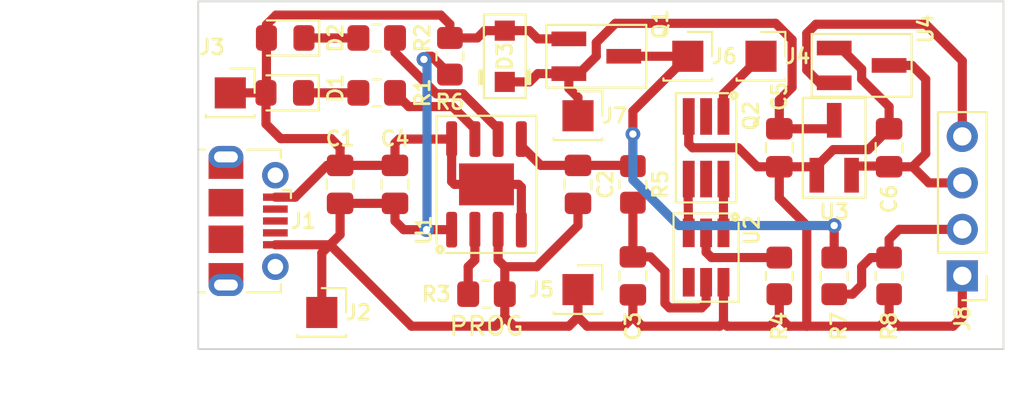
<source format=kicad_pcb>
(kicad_pcb (version 20211014) (generator pcbnew)
  (layers (0 "F.Cu" signal) (31 "B.Cu" signal) (34 "B.Paste" user) (35 "F.Paste" user) (36 "B.SilkS" user "B.Silkscreen") (37 "F.SilkS" user "F.Silkscreen") (38 "B.Mask" user) (39 "F.Mask" user) (44 "Edge.Cuts" user))
  (net 0 "")
  (net 1 "VBUS")
  (net 3 "Net-(D1-Pad1)")
  (net 4 "Earth")
  (net 5 "Net-(D2-Pad1)")
  (net 6 "Net-(C3-Pad1)")
  (net 8 "Net-(R4-Pad2)")
  (net 12 "/BAT+")
  (net 13 "/OUT+")
  (net 14 "/BAT-")
  (net 15 "Net-(Q2-Pad4)")
  (net 16 "Net-(Q2-Pad6)")
  (net 17 "/measurment")
  (net 18 "Net-(R1-Pad2)")
  (net 19 "Net-(R2-Pad2)")
  (net 20 "Net-(R3-Pad1)")
  (net 23 "+3.3V")
  (net 24 "/RST")
  (footprint "Package_TO_SOT_SMD_AKL:SOT-23_Handsoldering" (layer "F.Cu") (at 152 96 90)
    (fp_text reference "U3" (at -3.5 0) (layer "F.SilkS") (effects (font (size 0.8 0.8))))
    (fp_text value "LM1117-3.3")
    (fp_line (start 2.7305 1.7145) (end 2.7305 -1.7145) (layer "F.SilkS") (width 0.12))
    (fp_line (start -2.7305 1.7145) (end 2.7305 1.7145) (layer "F.SilkS") (width 0.12))
    (fp_line (start 2.7305 -1.7145) (end -2.7305 -1.7145) (layer "F.SilkS") (width 0.12))
    (fp_line (start -2.7305 -1.7145) (end -2.7305 1.7145) (layer "F.SilkS") (width 0.12))
    (pad "1" smd rect (at -1.5 -0.95 90) (size 1.9 0.8) (layers "F.Cu" "F.Paste" "F.Mask") (net 4 "Earth"))
    (pad "2" smd rect (at -1.5 0.95 90) (size 1.9 0.8) (layers "F.Cu" "F.Paste" "F.Mask") (net 23 "+3.3V"))
    (pad "3" smd rect (at 1.5 0 90) (size 1.9 0.8) (layers "F.Cu" "F.Paste" "F.Mask") (net 13 "/OUT+"))
  )
  (footprint "Connector_PinSocket_2.54mm:PinSocket_1x01_P2.54mm_Vertical" (layer "F.Cu") (at 138 103.75)
    (fp_text reference "J5" (at -2 0) (layer "F.SilkS") (effects (font (size 0.8 0.8))))
    (fp_text value "Conn_01x01_Female" hide)
    (fp_line (start -1.33 1.21) (end -1.33 1.33) (layer "F.SilkS") (width 0.12))
    (fp_line (start 1.33 -1.33) (end 1.33 0) (layer "F.SilkS") (width 0.12))
    (fp_line (start -1.33 1.33) (end 1.33 1.33) (layer "F.SilkS") (width 0.12))
    (fp_line (start 0 -1.33) (end 1.33 -1.33) (layer "F.SilkS") (width 0.12))
    (fp_line (start 1.33 1.21) (end 1.33 1.33) (layer "F.SilkS") (width 0.12))
    (pad "1" smd rect (at 0 0) (size 1.7 1.7) (layers "F.Cu" "F.Paste" "F.Mask") (net 4 "Earth"))
  )
  (footprint "Resistor_SMD:R_0805_2012Metric_Pad1.20x1.40mm_HandSolder" (layer "F.Cu") (at 152 103 -90)
    (fp_text reference "R7" (at 2.75 -0.25 90) (layer "F.SilkS") (effects (font (size 0.8 0.8))))
    (fp_text value "100k")
    (fp_line (start -0.227064 -0.735) (end 0.227064 -0.735) (layer "F.SilkS") (width 0.12))
    (fp_line (start -0.227064 0.735) (end 0.227064 0.735) (layer "F.SilkS") (width 0.12))
    (pad "1" smd roundrect (at -1 0 270) (size 1.2 1.4) (layers "F.Cu" "F.Paste" "F.Mask") (roundrect_rratio 0.2083333333) (net 12 "/BAT+"))
    (pad "2" smd roundrect (at 1 0 270) (size 1.2 1.4) (layers "F.Cu" "F.Paste" "F.Mask") (roundrect_rratio 0.2083333333) (net 17 "/measurment"))
  )
  (footprint "Resistor_SMD:R_0805_2012Metric_Pad1.20x1.40mm_HandSolder" (layer "F.Cu") (at 149 103 90)
    (fp_text reference "R4" (at -2.75 0 90) (layer "F.SilkS") (effects (font (size 0.8 0.8))))
    (fp_text value "1k")
    (fp_line (start -0.227064 -0.735) (end 0.227064 -0.735) (layer "F.SilkS") (width 0.12))
    (fp_line (start -0.227064 0.735) (end 0.227064 0.735) (layer "F.SilkS") (width 0.12))
    (pad "1" smd roundrect (at -1 0 90) (size 1.2 1.4) (layers "F.Cu" "F.Paste" "F.Mask") (roundrect_rratio 0.2083333333) (net 4 "Earth"))
    (pad "2" smd roundrect (at 1 0 90) (size 1.2 1.4) (layers "F.Cu" "F.Paste" "F.Mask") (roundrect_rratio 0.2083333333) (net 8 "Net-(R4-Pad2)"))
  )
  (footprint "Connector_PinSocket_2.54mm:PinSocket_1x01_P2.54mm_Vertical" (layer "F.Cu") (at 119 93)
    (fp_text reference "J3" (at -1 -2.5) (layer "F.SilkS") (effects (font (size 0.8 0.8))))
    (fp_text value "Conn_01x01_Female" hide)
    (fp_line (start -1.33 1.21) (end -1.33 1.33) (layer "F.SilkS") (width 0.12))
    (fp_line (start 1.33 1.21) (end 1.33 1.33) (layer "F.SilkS") (width 0.12))
    (fp_line (start 0 -1.33) (end 1.33 -1.33) (layer "F.SilkS") (width 0.12))
    (fp_line (start 1.33 -1.33) (end 1.33 0) (layer "F.SilkS") (width 0.12))
    (fp_line (start -1.33 1.33) (end 1.33 1.33) (layer "F.SilkS") (width 0.12))
    (pad "1" smd rect (at 0 0) (size 1.7 1.7) (layers "F.Cu" "F.Paste" "F.Mask") (net 1 "VBUS"))
  )
  (footprint "Capacitor_SMD:C_0805_2012Metric_Pad1.18x1.45mm_HandSolder" (layer "F.Cu") (at 155 96 90)
    (fp_text reference "C6" (at -2.8 0 90) (layer "F.SilkS") (effects (font (size 0.8 0.8))))
    (fp_text value "1uF")
    (fp_line (start -0.261252 -0.735) (end 0.261252 -0.735) (layer "F.SilkS") (width 0.12))
    (fp_line (start -0.261252 0.735) (end 0.261252 0.735) (layer "F.SilkS") (width 0.12))
    (pad "1" smd roundrect (at -1.0375 0 90) (size 1.175 1.45) (layers "F.Cu" "F.Paste" "F.Mask") (roundrect_rratio 0.2127659574) (net 23 "+3.3V"))
    (pad "2" smd roundrect (at 1.0375 0 90) (size 1.175 1.45) (layers "F.Cu" "F.Paste" "F.Mask") (roundrect_rratio 0.2127659574) (net 4 "Earth"))
  )
  (footprint "Capacitor_SMD:C_0805_2012Metric_Pad1.18x1.45mm_HandSolder" (layer "F.Cu") (at 149 96 -90)
    (fp_text reference "C5" (at -2.8 0 90) (layer "F.SilkS") (effects (font (size 0.8 0.8))))
    (fp_text value "1uF")
    (fp_line (start -0.261252 0.735) (end 0.261252 0.735) (layer "F.SilkS") (width 0.12))
    (fp_line (start -0.261252 -0.735) (end 0.261252 -0.735) (layer "F.SilkS") (width 0.12))
    (pad "1" smd roundrect (at -1.0375 0 270) (size 1.175 1.45) (layers "F.Cu" "F.Paste" "F.Mask") (roundrect_rratio 0.2127659574) (net 13 "/OUT+"))
    (pad "2" smd roundrect (at 1.0375 0 270) (size 1.175 1.45) (layers "F.Cu" "F.Paste" "F.Mask") (roundrect_rratio 0.2127659574) (net 4 "Earth"))
  )
  (footprint "Resistor_SMD:R_0805_2012Metric_Pad1.20x1.40mm_HandSolder" (layer "F.Cu") (at 155 103 -90)
    (fp_text reference "R8" (at 2.75 0 90) (layer "F.SilkS") (effects (font (size 0.8 0.8))))
    (fp_text value "100k")
    (fp_line (start -0.227064 -0.735) (end 0.227064 -0.735) (layer "F.SilkS") (width 0.12))
    (fp_line (start -0.227064 0.735) (end 0.227064 0.735) (layer "F.SilkS") (width 0.12))
    (pad "1" smd roundrect (at -1 0 270) (size 1.2 1.4) (layers "F.Cu" "F.Paste" "F.Mask") (roundrect_rratio 0.2083333333) (net 17 "/measurment"))
    (pad "2" smd roundrect (at 1 0 270) (size 1.2 1.4) (layers "F.Cu" "F.Paste" "F.Mask") (roundrect_rratio 0.2083333333) (net 4 "Earth"))
  )
  (footprint "Resistor_SMD:R_0805_2012Metric_Pad1.20x1.40mm_HandSolder" (layer "F.Cu") (at 141 98 -90)
    (fp_text reference "R5" (at 0 -1.5 90) (layer "F.SilkS") (effects (font (size 0.8 0.8))))
    (fp_text value "100")
    (fp_line (start -0.227064 -0.735) (end 0.227064 -0.735) (layer "F.SilkS") (width 0.12))
    (fp_line (start -0.227064 0.735) (end 0.227064 0.735) (layer "F.SilkS") (width 0.12))
    (pad "1" smd roundrect (at -1 0 270) (size 1.2 1.4) (layers "F.Cu" "F.Paste" "F.Mask") (roundrect_rratio 0.2083333333) (net 12 "/BAT+"))
    (pad "2" smd roundrect (at 1 0 270) (size 1.2 1.4) (layers "F.Cu" "F.Paste" "F.Mask") (roundrect_rratio 0.2083333333) (net 6 "Net-(C3-Pad1)"))
  )
  (footprint "Package_SO_AKL:SOIC-8-1EP_3.9x4.9mm_P1.27mm_EP2.29x3mm" (layer "F.Cu") (at 133 98 90)
    (fp_text reference "U1" (at -2.5 -3.429 90) (layer "F.SilkS") (effects (font (size 0.8 0.8))))
    (fp_text value "TP4056")
    (fp_line (start -3.7465 2.7305) (end 3.7465 2.7305) (layer "F.SilkS") (width 0.12))
    (fp_line (start -3.7465 -2.2225) (end -3.7465 2.7305) (layer "F.SilkS") (width 0.12))
    (fp_line (start 3.7465 -2.7305) (end -3.2385 -2.7305) (layer "F.SilkS") (width 0.12))
    (fp_line (start 3.7465 2.7305) (end 3.7465 -2.7305) (layer "F.SilkS") (width 0.12))
    (fp_circle (center -3.556 -2.54) (end -3.4925 -2.54) (layer "F.SilkS") (width 0.2) (fill none))
    (pad "1" smd roundrect (at -2.475 -1.905 90) (size 1.95 0.6) (layers "F.Cu" "F.Paste" "F.Mask") (net 4 "Earth"))
    (pad "2" smd roundrect (at -2.475 -0.635 90) (size 1.95 0.6) (layers "F.Cu" "F.Paste" "F.Mask") (net 20 "Net-(R3-Pad1)"))
    (pad "3" smd roundrect (at -2.475 0.635 90) (size 1.95 0.6) (layers "F.Cu" "F.Paste" "F.Mask") (net 4 "Earth"))
    (pad "4" smd roundrect (at -2.475 1.905 90) (size 1.95 0.6) (layers "F.Cu" "F.Paste" "F.Mask") (net 1 "VBUS"))
    (pad "5" smd roundrect (at 2.475 1.905 90) (size 1.95 0.6) (layers "F.Cu" "F.Paste" "F.Mask") (net 12 "/BAT+"))
    (pad "6" smd roundrect (at 2.475 0.635 90) (size 1.95 0.6) (layers "F.Cu" "F.Paste" "F.Mask") (net 19 "Net-(R2-Pad2)"))
    (pad "7" smd roundrect (at 2.475 -0.635 90) (size 1.95 0.6) (layers "F.Cu" "F.Paste" "F.Mask") (net 18 "Net-(R1-Pad2)"))
    (pad "8" smd roundrect (at 2.475 -1.905 90) (size 1.95 0.6) (layers "F.Cu" "F.Paste" "F.Mask") (net 1 "VBUS"))
    (pad "9" smd rect (at 0 0 90) (size 2.29 3) (layers "F.Cu" "F.Mask") (net 1 "VBUS"))
  )
  (footprint "Connector_USB:USB_Micro-B_Molex-105017-0001" (layer "F.Cu") (at 120 100 -90)
    (fp_text reference "J1" (at 0 -3 180) (layer "F.SilkS") (effects (font (size 0.8 0.8))))
    (fp_text value "USB_B_Micro")
    (fp_line (start -3.9 2.6375) (end -3.9 2.3875) (layer "F.SilkS") (width 0.12))
    (fp_line (start 3.9 -1.7625) (end 3.45 -1.7625) (layer "F.SilkS") (width 0.12))
    (fp_line (start 3.9 0.0875) (end 3.9 -1.7625) (layer "F.SilkS") (width 0.12))
    (fp_line (start -3.9 -1.7625) (end -3.45 -1.7625) (layer "F.SilkS") (width 0.12))
    (fp_line (start -1.7 -2.3125) (end -1.25 -2.3125) (layer "F.SilkS") (width 0.12))
    (fp_line (start 3.9 2.6375) (end 3.9 2.3875) (layer "F.SilkS") (width 0.12))
    (fp_line (start -1.7 -2.3125) (end -1.7 -1.8625) (layer "F.SilkS") (width 0.12))
    (fp_line (start -3.9 0.0875) (end -3.9 -1.7625) (layer "F.SilkS") (width 0.12))
    (pad "1" smd rect (at -1.3 -1.4625 270) (size 0.4 1.35) (layers "F.Cu" "F.Paste" "F.Mask") (net 1 "VBUS"))
    (pad "2" smd rect (at -0.65 -1.4625 270) (size 0.4 1.35) (layers "F.Cu" "F.Paste" "F.Mask"))
    (pad "3" smd rect (at 0 -1.4625 270) (size 0.4 1.35) (layers "F.Cu" "F.Paste" "F.Mask"))
    (pad "4" smd rect (at 0.65 -1.4625 270) (size 0.4 1.35) (layers "F.Cu" "F.Paste" "F.Mask"))
    (pad "5" smd rect (at 1.3 -1.4625 270) (size 0.4 1.35) (layers "F.Cu" "F.Paste" "F.Mask") (net 4 "Earth"))
    (pad "6" thru_hole oval (at -3.5 1.2375 90) (size 1.2 1.9) (drill oval 0.6 1.3) (layers *.Cu *.Mask))
    (pad "6" smd rect (at -2.9 1.2375 270) (size 1.2 1.9) (layers "F.Cu" "F.Mask"))
    (pad "6" thru_hole circle (at -2.5 -1.4625 270) (size 1.45 1.45) (drill 0.85) (layers *.Cu *.Mask))
    (pad "6" smd rect (at 1 1.2375 270) (size 1.5 1.9) (layers "F.Cu" "F.Paste" "F.Mask"))
    (pad "6" thru_hole circle (at 2.5 -1.4625 270) (size 1.45 1.45) (drill 0.85) (layers *.Cu *.Mask))
    (pad "6" thru_hole oval (at 3.5 1.2375 270) (size 1.2 1.9) (drill oval 0.6 1.3) (layers *.Cu *.Mask))
    (pad "6" smd rect (at 2.9 1.2375 270) (size 1.2 1.9) (layers "F.Cu" "F.Mask"))
    (pad "6" smd rect (at -1 1.2375 270) (size 1.5 1.9) (layers "F.Cu" "F.Paste" "F.Mask"))
  )
  (footprint "Package_TO_SOT_SMD_AKL:SOT-23_Handsoldering" (layer "F.Cu") (at 139 91)
    (fp_text reference "Q1" (at 3.5 -1.75 90) (layer "F.SilkS") (effects (font (size 0.8 0.8))))
    (fp_text value "FDN340P")
    (fp_line (start -2.7305 1.7145) (end 2.7305 1.7145) (layer "F.SilkS") (width 0.12))
    (fp_line (start 2.7305 -1.7145) (end -2.7305 -1.7145) (layer "F.SilkS") (width 0.12))
    (fp_line (start -2.7305 -1.7145) (end -2.7305 1.7145) (layer "F.SilkS") (width 0.12))
    (fp_line (start 2.7305 1.7145) (end 2.7305 -1.7145) (layer "F.SilkS") (width 0.12))
    (pad "1" smd rect (at -1.5 -0.95) (size 1.9 0.8) (layers "F.Cu" "F.Paste" "F.Mask") (net 1 "VBUS"))
    (pad "2" smd rect (at -1.5 0.95) (size 1.9 0.8) (layers "F.Cu" "F.Paste" "F.Mask") (net 13 "/OUT+"))
    (pad "3" smd rect (at 1.5 0) (size 1.9 0.8) (layers "F.Cu" "F.Paste" "F.Mask") (net 12 "/BAT+"))
  )
  (footprint "Connector_PinSocket_2.54mm:PinSocket_1x01_P2.54mm_Vertical" (layer "F.Cu") (at 148 91)
    (fp_text reference "J4" (at 2 0) (layer "F.SilkS") (effects (font (size 0.8 0.8))))
    (fp_text value "Conn_01x01_Female" hide)
    (fp_line (start 1.33 1.21) (end 1.33 1.33) (layer "F.SilkS") (width 0.12))
    (fp_line (start -1.33 1.21) (end -1.33 1.33) (layer "F.SilkS") (width 0.12))
    (fp_line (start -1.33 1.33) (end 1.33 1.33) (layer "F.SilkS") (width 0.12))
    (fp_line (start 0 -1.33) (end 1.33 -1.33) (layer "F.SilkS") (width 0.12))
    (fp_line (start 1.33 -1.33) (end 1.33 0) (layer "F.SilkS") (width 0.12))
    (pad "1" smd rect (at 0 0) (size 1.7 1.7) (layers "F.Cu" "F.Paste" "F.Mask") (net 14 "/BAT-"))
  )
  (footprint "Capacitor_SMD:C_0805_2012Metric_Pad1.18x1.45mm_HandSolder" (layer "F.Cu") (at 138 98 -90)
    (fp_text reference "C2" (at 0 -1.5 90) (layer "F.SilkS") (effects (font (size 0.8 0.8))))
    (fp_text value "MLCC 10uF 10V 0805")
    (fp_line (start -0.261252 -0.735) (end 0.261252 -0.735) (layer "F.SilkS") (width 0.12))
    (fp_line (start -0.261252 0.735) (end 0.261252 0.735) (layer "F.SilkS") (width 0.12))
    (pad "1" smd roundrect (at -1.0375 0 270) (size 1.175 1.45) (layers "F.Cu" "F.Paste" "F.Mask") (roundrect_rratio 0.2127659574) (net 12 "/BAT+"))
    (pad "2" smd roundrect (at 1.0375 0 270) (size 1.175 1.45) (layers "F.Cu" "F.Paste" "F.Mask") (roundrect_rratio 0.2127659574) (net 4 "Earth"))
  )
  (footprint "LED_SMD:LED_0805_2012Metric_Pad1.15x1.40mm_HandSolder" (layer "F.Cu") (at 122 90 180)
    (fp_text reference "D2" (at -2.75 0 90) (layer "F.SilkS") (effects (font (size 0.8 0.8))))
    (fp_text value "LED 0803 Verde")
    (fp_line (start 1 -0.96) (end -1.86 -0.96) (layer "F.SilkS") (width 0.12))
    (fp_line (start -1.86 0.96) (end 1 0.96) (layer "F.SilkS") (width 0.12))
    (fp_line (start -1.86 -0.96) (end -1.86 0.96) (layer "F.SilkS") (width 0.12))
    (pad "1" smd roundrect (at -1.025 0 180) (size 1.15 1.4) (layers "F.Cu" "F.Paste" "F.Mask") (roundrect_rratio 0.2173913043) (net 5 "Net-(D2-Pad1)"))
    (pad "2" smd roundrect (at 1.025 0 180) (size 1.15 1.4) (layers "F.Cu" "F.Paste" "F.Mask") (roundrect_rratio 0.2173913043) (net 1 "VBUS"))
  )
  (footprint "Capacitor_SMD:C_0805_2012Metric_Pad1.18x1.45mm_HandSolder" (layer "F.Cu") (at 125 98 -90)
    (fp_text reference "C1" (at -2.5 0 180) (layer "F.SilkS") (effects (font (size 0.8 0.8))))
    (fp_text value "0.1uF")
    (fp_line (start -0.261252 0.735) (end 0.261252 0.735) (layer "F.SilkS") (width 0.12))
    (fp_line (start -0.261252 -0.735) (end 0.261252 -0.735) (layer "F.SilkS") (width 0.12))
    (pad "1" smd roundrect (at -1.0375 0 270) (size 1.175 1.45) (layers "F.Cu" "F.Paste" "F.Mask") (roundrect_rratio 0.2127659574) (net 1 "VBUS"))
    (pad "2" smd roundrect (at 1.0375 0 270) (size 1.175 1.45) (layers "F.Cu" "F.Paste" "F.Mask") (roundrect_rratio 0.2127659574) (net 4 "Earth"))
  )
  (footprint "Package_TO_SOT_SMD_AKL:TSOT-23-6_HandSoldering" (layer "F.Cu") (at 145 96 -90)
    (fp_text reference "Q2" (at -1.75 -2.45 90) (layer "F.SilkS") (effects (font (size 0.8 0.8))))
    (fp_text value "FS8205A")
    (fp_line (start -2.9845 1.651) (end 2.9845 1.651) (layer "F.SilkS") (width 0.12))
    (fp_line (start -2.9845 -1.2065) (end -2.9845 1.651) (layer "F.SilkS") (width 0.12))
    (fp_line (start 2.9845 1.651) (end 2.9845 -1.651) (layer "F.SilkS") (width 0.12))
    (fp_line (start 2.9845 -1.651) (end -2.54 -1.651) (layer "F.SilkS") (width 0.12))
    (fp_circle (center -2.8575 -1.524) (end -2.794 -1.524) (layer "F.SilkS") (width 0.2) (fill none))
    (pad "1" smd rect (at -1.71 -0.95 270) (size 2 0.65) (layers "F.Cu" "F.Paste" "F.Mask") (net 14 "/BAT-"))
    (pad "2" smd rect (at -1.71 0 270) (size 2 0.65) (layers "F.Cu" "F.Paste" "F.Mask"))
    (pad "3" smd rect (at -1.71 0.95 270) (size 2 0.65) (layers "F.Cu" "F.Paste" "F.Mask") (net 4 "Earth"))
    (pad "4" smd rect (at 1.71 0.95 270) (size 2 0.65) (layers "F.Cu" "F.Paste" "F.Mask") (net 15 "Net-(Q2-Pad4)"))
    (pad "5" smd rect (at 1.71 0 270) (size 2 0.65) (layers "F.Cu" "F.Paste" "F.Mask"))
    (pad "6" smd rect (at 1.71 -0.95 270) (size 2 0.65) (layers "F.Cu" "F.Paste" "F.Mask") (net 16 "Net-(Q2-Pad6)"))
  )
  (footprint "Capacitor_SMD:C_0805_2012Metric_Pad1.18x1.45mm_HandSolder" (layer "F.Cu") (at 128 98 -90)
    (fp_text reference "C4" (at -2.5 0 180) (layer "F.SilkS") (effects (font (size 0.8 0.8))))
    (fp_text value "MLCC 10uF 10V 0805")
    (fp_line (start -0.261252 -0.735) (end 0.261252 -0.735) (layer "F.SilkS") (width 0.12))
    (fp_line (start -0.261252 0.735) (end 0.261252 0.735) (layer "F.SilkS") (width 0.12))
    (pad "1" smd roundrect (at -1.0375 0 270) (size 1.175 1.45) (layers "F.Cu" "F.Paste" "F.Mask") (roundrect_rratio 0.2127659574) (net 1 "VBUS"))
    (pad "2" smd roundrect (at 1.0375 0 270) (size 1.175 1.45) (layers "F.Cu" "F.Paste" "F.Mask") (roundrect_rratio 0.2127659574) (net 4 "Earth"))
  )
  (footprint "Package_TO_SOT_SMD_AKL:SOT-23_Handsoldering" (layer "F.Cu") (at 153.5 91.5)
    (fp_text reference "U4" (at 3.5 -2 90) (layer "F.SilkS") (effects (font (size 0.8 0.8))))
    (fp_text value "LM809")
    (fp_line (start 2.7305 -1.7145) (end -2.7305 -1.7145) (layer "F.SilkS") (width 0.12))
    (fp_line (start 2.7305 1.7145) (end 2.7305 -1.7145) (layer "F.SilkS") (width 0.12))
    (fp_line (start -2.7305 1.7145) (end 2.7305 1.7145) (layer "F.SilkS") (width 0.12))
    (fp_line (start -2.7305 -1.7145) (end -2.7305 1.7145) (layer "F.SilkS") (width 0.12))
    (pad "1" smd rect (at -1.5 -0.95) (size 1.9 0.8) (layers "F.Cu" "F.Paste" "F.Mask") (net 4 "Earth"))
    (pad "2" smd rect (at -1.5 0.95) (size 1.9 0.8) (layers "F.Cu" "F.Paste" "F.Mask") (net 24 "/RST"))
    (pad "3" smd rect (at 1.5 0) (size 1.9 0.8) (layers "F.Cu" "F.Paste" "F.Mask") (net 23 "+3.3V"))
  )
  (footprint "Connector_PinSocket_2.54mm:PinSocket_1x01_P2.54mm_Vertical" (layer "F.Cu") (at 138 94.25)
    (fp_text reference "J7" (at 2 0) (layer "F.SilkS") (effects (font (size 0.8 0.8))))
    (fp_text value "Conn_01x01_Female" hide)
    (fp_line (start 0 -1.33) (end 1.33 -1.33) (layer "F.SilkS") (width 0.12))
    (fp_line (start -1.33 1.21) (end -1.33 1.33) (layer "F.SilkS") (width 0.12))
    (fp_line (start 1.33 1.21) (end 1.33 1.33) (layer "F.SilkS") (width 0.12))
    (fp_line (start 1.33 -1.33) (end 1.33 0) (layer "F.SilkS") (width 0.12))
    (fp_line (start -1.33 1.33) (end 1.33 1.33) (layer "F.SilkS") (width 0.12))
    (pad "1" smd rect (at 0 0) (size 1.7 1.7) (layers "F.Cu" "F.Paste" "F.Mask") (net 13 "/OUT+"))
  )
  (footprint "Resistor_SMD:R_0805_2012Metric_Pad1.20x1.40mm_HandSolder" (layer "F.Cu") (at 127 90)
    (fp_text reference "R2" (at 2.5 0 90) (layer "F.SilkS") (effects (font (size 0.8 0.8))))
    (fp_text value "1k")
    (fp_line (start -0.227064 0.735) (end 0.227064 0.735) (layer "F.SilkS") (width 0.12))
    (fp_line (start -0.227064 -0.735) (end 0.227064 -0.735) (layer "F.SilkS") (width 0.12))
    (pad "1" smd roundrect (at -1 0) (size 1.2 1.4) (layers "F.Cu" "F.Paste" "F.Mask") (roundrect_rratio 0.2083333333) (net 5 "Net-(D2-Pad1)"))
    (pad "2" smd roundrect (at 1 0) (size 1.2 1.4) (layers "F.Cu" "F.Paste" "F.Mask") (roundrect_rratio 0.2083333333) (net 19 "Net-(R2-Pad2)"))
  )
  (footprint "Diode_SMD_AKL:D_SOD-123F" (layer "F.Cu") (at 134 91 90)
    (fp_text reference "D3" (at 0 0 90) (layer "F.SilkS") (effects (font (size 0.8 0.8))))
    (fp_text value "MBR1020VL")
    (fp_line (start 2.286 1.143) (end -2.286 1.143) (layer "F.SilkS") (width 0.12))
    (fp_line (start -2.286 -1.143) (end 2.286 -1.143) (layer "F.SilkS") (width 0.12))
    (fp_line (start 2.286 -1.143) (end 2.286 1.143) (layer "F.SilkS") (width 0.12))
    (fp_line (start -2.286 1.143) (end -2.286 -1.143) (layer "F.SilkS") (width 0.12))
    (fp_poly (pts (xy -0.762 1.397) (xy -1.524 1.397) (xy -1.524 1.143) (xy -0.762 1.143)) (layer "F.SilkS") (width 0.1) (fill solid))
    (fp_poly (pts (xy -0.762 -1.143) (xy -1.524 -1.143) (xy -1.524 -1.397) (xy -0.762 -1.397)) (layer "F.SilkS") (width 0.1) (fill solid))
    (pad "1" smd rect (at -1.4 0 90) (size 1.1 1.1) (layers "F.Cu" "F.Paste" "F.Mask") (net 13 "/OUT+"))
    (pad "2" smd rect (at 1.4 0 90) (size 1.1 1.1) (layers "F.Cu" "F.Paste" "F.Mask") (net 1 "VBUS"))
  )
  (footprint "Resistor_SMD:R_0805_2012Metric_Pad1.20x1.40mm_HandSolder" (layer "F.Cu") (at 131 91 -90)
    (fp_text reference "R6" (at 2.5 0 180) (layer "F.SilkS") (effects (font (size 0.8 0.8))))
    (fp_text value "100k")
    (fp_line (start -0.227064 -0.735) (end 0.227064 -0.735) (layer "F.SilkS") (width 0.12))
    (fp_line (start -0.227064 0.735) (end 0.227064 0.735) (layer "F.SilkS") (width 0.12))
    (pad "1" smd roundrect (at -1 0 270) (size 1.2 1.4) (layers "F.Cu" "F.Paste" "F.Mask") (roundrect_rratio 0.2083333333) (net 1 "VBUS"))
    (pad "2" smd roundrect (at 1 0 270) (size 1.2 1.4) (layers "F.Cu" "F.Paste" "F.Mask") (roundrect_rratio 0.2083333333) (net 4 "Earth"))
  )
  (footprint "Connector_PinHeader_2.54mm:PinHeader_1x04_P2.54mm_Vertical" (layer "F.Cu") (at 159 103 180)
    (fp_text reference "J8" (at 0 -2.33 270) (layer "F.SilkS") (effects (font (size 0.8 0.8))))
    (fp_text value "Conn_01x04_Male")
    (fp_line (start -1.33 -1.33) (end 0 -1.33) (layer "F.SilkS") (width 0.12))
    (fp_line (start -1.33 1.27) (end -1.33 8.95) (layer "F.SilkS") (width 0.12))
    (fp_line (start -1.33 0) (end -1.33 -1.33) (layer "F.SilkS") (width 0.12))
    (fp_line (start -1.33 8.95) (end 1.33 8.95) (layer "F.SilkS") (width 0.12))
    (fp_line (start -1.33 1.27) (end 1.33 1.27) (layer "F.SilkS") (width 0.12))
    (fp_line (start 1.33 1.27) (end 1.33 8.95) (layer "F.SilkS") (width 0.12))
    (pad "1" thru_hole rect (at 0 0 180) (size 1.7 1.7) (drill 1) (layers *.Cu *.Mask) (net 4 "Earth"))
    (pad "2" thru_hole oval (at 0 2.54 180) (size 1.7 1.7) (drill 1) (layers *.Cu *.Mask) (net 17 "/measurment"))
    (pad "3" thru_hole oval (at 0 5.08 180) (size 1.7 1.7) (drill 1) (layers *.Cu *.Mask) (net 23 "+3.3V"))
    (pad "4" thru_hole oval (at 0 7.62 180) (size 1.7 1.7) (drill 1) (layers *.Cu *.Mask) (net 24 "/RST"))
  )
  (footprint "Capacitor_SMD:C_0805_2012Metric_Pad1.18x1.45mm_HandSolder" (layer "F.Cu") (at 141 103 -90)
    (fp_text reference "C3" (at 2.75 0 90) (layer "F.SilkS") (effects (font (size 0.8 0.8))))
    (fp_text value "0.1uF" hide)
    (fp_line (start -0.261252 0.735) (end 0.261252 0.735) (layer "F.SilkS") (width 0.12))
    (fp_line (start -0.261252 -0.735) (end 0.261252 -0.735) (layer "F.SilkS") (width 0.12))
    (pad "1" smd roundrect (at -1.0375 0 270) (size 1.175 1.45) (layers "F.Cu" "F.Paste" "F.Mask") (roundrect_rratio 0.2127659574) (net 6 "Net-(C3-Pad1)"))
    (pad "2" smd roundrect (at 1.0375 0 270) (size 1.175 1.45) (layers "F.Cu" "F.Paste" "F.Mask") (roundrect_rratio 0.2127659574) (net 4 "Earth"))
  )
  (footprint "Connector_PinSocket_2.54mm:PinSocket_1x01_P2.54mm_Vertical" (layer "F.Cu") (at 124 105)
    (fp_text reference "J2" (at 2 0) (layer "F.SilkS") (effects (font (size 0.8 0.8))))
    (fp_text value "Conn_01x01_Female" hide)
    (fp_line (start 0 -1.33) (end 1.33 -1.33) (layer "F.SilkS") (width 0.12))
    (fp_line (start -1.33 1.21) (end -1.33 1.33) (layer "F.SilkS") (width 0.12))
    (fp_line (start -1.33 1.33) (end 1.33 1.33) (layer "F.SilkS") (width 0.12))
    (fp_line (start 1.33 1.21) (end 1.33 1.33) (layer "F.SilkS") (width 0.12))
    (fp_line (start 1.33 -1.33) (end 1.33 0) (layer "F.SilkS") (width 0.12))
    (pad "1" smd rect (at 0 0) (size 1.7 1.7) (layers "F.Cu" "F.Paste" "F.Mask") (net 4 "Earth"))
  )
  (footprint "Connector_PinSocket_2.54mm:PinSocket_1x01_P2.54mm_Vertical" (layer "F.Cu") (at 144 91)
    (fp_text reference "J6" (at 2 0) (layer "F.SilkS") (effects (font (size 0.8 0.8))))
    (fp_text value "Conn_01x01_Female" hide)
    (fp_line (start 1.33 -1.33) (end 1.33 0) (layer "F.SilkS") (width 0.12))
    (fp_line (start 0 -1.33) (end 1.33 -1.33) (layer "F.SilkS") (width 0.12))
    (fp_line (start -1.33 1.21) (end -1.33 1.33) (layer "F.SilkS") (width 0.12))
    (fp_line (start -1.33 1.33) (end 1.33 1.33) (layer "F.SilkS") (width 0.12))
    (fp_line (start 1.33 1.21) (end 1.33 1.33) (layer "F.SilkS") (width 0.12))
    (pad "1" smd rect (at 0 0) (size 1.7 1.7) (layers "F.Cu" "F.Paste" "F.Mask") (net 12 "/BAT+"))
  )
  (footprint "LED_SMD:LED_0805_2012Metric_Pad1.15x1.40mm_HandSolder" (layer "F.Cu") (at 121.975 93 180)
    (fp_text reference "D1" (at -2.775 0.25 270) (layer "F.SilkS") (effects (font (size 0.8 0.8))))
    (fp_text value "LED 0805 Rojo")
    (fp_line (start 1 -0.96) (end -1.86 -0.96) (layer "F.SilkS") (width 0.12))
    (fp_line (start -1.86 -0.96) (end -1.86 0.96) (layer "F.SilkS") (width 0.12))
    (fp_line (start -1.86 0.96) (end 1 0.96) (layer "F.SilkS") (width 0.12))
    (pad "1" smd roundrect (at -1.025 0 180) (size 1.15 1.4) (layers "F.Cu" "F.Paste" "F.Mask") (roundrect_rratio 0.2173913043) (net 3 "Net-(D1-Pad1)"))
    (pad "2" smd roundrect (at 1.025 0 180) (size 1.15 1.4) (layers "F.Cu" "F.Paste" "F.Mask") (roundrect_rratio 0.2173913043) (net 1 "VBUS"))
  )
  (footprint "Resistor_SMD:R_0805_2012Metric_Pad1.20x1.40mm_HandSolder" (layer "F.Cu") (at 133 104)
    (fp_text reference "R3" (at -2.75 0) (layer "F.SilkS") (effects (font (size 0.8 0.8))))
    (fp_text value "10k" hide)
    (fp_text user "PROG" (at 0 1.75 unlocked) (layer "F.SilkS"))
    (fp_line (start -0.227064 0.735) (end 0.227064 0.735) (layer "F.SilkS") (width 0.12))
    (fp_line (start -0.227064 -0.735) (end 0.227064 -0.735) (layer "F.SilkS") (width 0.12))
    (pad "1" smd roundrect (at -1 0) (size 1.2 1.4) (layers "F.Cu" "F.Paste" "F.Mask") (roundrect_rratio 0.2083333333) (net 20 "Net-(R3-Pad1)"))
    (pad "2" smd roundrect (at 1 0) (size 1.2 1.4) (layers "F.Cu" "F.Paste" "F.Mask") (roundrect_rratio 0.2083333333) (net 4 "Earth"))
  )
  (footprint "Package_TO_SOT_SMD_AKL:SOT-23-6_Handsoldering" (layer "F.Cu") (at 145 102 -90)
    (fp_text reference "U2" (at -1.5 -2.5 -90) (layer "F.SilkS") (effects (font (size 0.8 0.8))))
    (fp_text value "DW01")
    (fp_line (start -2.413 1.778) (end 2.413 1.778) (layer "F.SilkS") (width 0.12))
    (fp_line (start 2.413 1.778) (end 2.413 -1.778) (layer "F.SilkS") (width 0.12))
    (fp_line (start 2.413 -1.778) (end -1.905 -1.778) (layer "F.SilkS") (width 0.12))
    (fp_line (start -2.413 -1.27) (end -2.413 1.778) (layer "F.SilkS") (width 0.12))
    (fp_circle (center -2.2225 -1.5875) (end -2.159 -1.5875) (layer "F.SilkS") (width 0.2) (fill none))
    (pad "1" smd rect (at -1.35 -0.95 270) (size 1.56 0.65) (layers "F.Cu" "F.Paste" "F.Mask") (net 16 "Net-(Q2-Pad6)"))
    (pad "2" smd rect (at -1.35 0 270) (size 1.56 0.65) (layers "F.Cu" "F.Paste" "F.Mask") (net 8 "Net-(R4-Pad2)"))
    (pad "3" smd rect (at -1.35 0.95 270) (size 1.56 0.65) (layers "F.Cu" "F.Paste" "F.Mask") (net 15 "Net-(Q2-Pad4)"))
    (pad "4" smd rect (at 1.35 0.95 270) (size 1.56 0.65) (layers "F.Cu" "F.Paste" "F.Mask"))
    (pad "5" smd rect (at 1.35 0 270) (size 1.56 0.65) (layers "F.Cu" "F.Paste" "F.Mask") (net 6 "Net-(C3-Pad1)"))
    (pad "6" smd rect (at 1.35 -0.95 270) (size 1.56 0.65) (layers "F.Cu" "F.Paste" "F.Mask") (net 4 "Earth"))
  )
  (footprint "Resistor_SMD:R_0805_2012Metric_Pad1.20x1.40mm_HandSolder" (layer "F.Cu") (at 127 93)
    (fp_text reference "R1" (at 2.5 0 90) (layer "F.SilkS") (effects (font (size 0.8 0.8))))
    (fp_text value "1k")
    (fp_line (start -0.227064 0.735) (end 0.227064 0.735) (layer "F.SilkS") (width 0.12))
    (fp_line (start -0.227064 -0.735) (end 0.227064 -0.735) (layer "F.SilkS") (width 0.12))
    (pad "1" smd roundrect (at -1 0) (size 1.2 1.4) (layers "F.Cu" "F.Paste" "F.Mask") (roundrect_rratio 0.2083333333) (net 3 "Net-(D1-Pad1)"))
    (pad "2" smd roundrect (at 1 0) (size 1.2 1.4) (layers "F.Cu" "F.Paste" "F.Mask") (roundrect_rratio 0.2083333333) (net 18 "Net-(R1-Pad2)"))
  )
  (gr_line (start 161.25 88) (end 117.25 88) (layer "Edge.Cuts") (width 0.1))
  (gr_line (start 117.25 88) (end 117.25 107) (layer "Edge.Cuts") (width 0.1))
  (gr_line (start 117.25 107) (end 161.25 107) (layer "Edge.Cuts") (width 0.1))
  (gr_line (start 161.25 107) (end 161.25 88) (layer "Edge.Cuts") (width 0.1))
  (segment (start 120.95 94.7) (end 121.75 95.5) (width 0.5) (layer "F.Cu") (net 1))
  (segment (start 120.975 89.275) (end 121.5 88.75) (width 0.5) (layer "F.Cu") (net 1))
  (segment (start 130.5 88.75) (end 131 89.25) (width 0.5) (layer "F.Cu") (net 1))
  (segment (start 125 96) (end 125 96.9625) (width 0.5) (layer "F.Cu") (net 1))
  (segment (start 131.095 95.525) (end 131.095 97.845) (width 0.5) (layer "F.Cu") (net 1))
  (segment (start 119 93) (end 120.95 93) (width 0.5) (layer "F.Cu") (net 1))
  (segment (start 135.35 89.6) (end 135.8 90.05) (width 0.5) (layer "F.Cu") (net 1))
  (segment (start 124.5 95.5) (end 125 96) (width 0.5) (layer "F.Cu") (net 1))
  (segment (start 125 96.9625) (end 128 96.9625) (width 0.5) (layer "F.Cu") (net 1))
  (segment (start 131.095 97.845) (end 131.25 98) (width 0.5) (layer "F.Cu") (net 1))
  (segment (start 134.905 98.155) (end 134.75 98) (width 0.5) (layer "F.Cu") (net 1))
  (segment (start 131 90) (end 132.5 90) (width 0.5) (layer "F.Cu") (net 1))
  (segment (start 121.5 88.75) (end 130.5 88.75) (width 0.5) (layer "F.Cu") (net 1))
  (segment (start 120.95 93) (end 120.95 94.7) (width 0.5) (layer "F.Cu") (net 1))
  (segment (start 120.975 90) (end 120.975 92.975) (width 0.5) (layer "F.Cu") (net 1))
  (segment (start 128 95.75) (end 128.225 95.525) (width 0.5) (layer "F.Cu") (net 1))
  (segment (start 120.975 92.975) (end 120.95 93) (width 0.5) (layer "F.Cu") (net 1))
  (segment (start 122.55 98.7) (end 124.2875 96.9625) (width 0.5) (layer "F.Cu") (net 1))
  (segment (start 124.2875 96.9625) (end 125 96.9625) (width 0.5) (layer "F.Cu") (net 1))
  (segment (start 135.8 90.05) (end 137.5 90.05) (width 0.5) (layer "F.Cu") (net 1))
  (segment (start 121.75 95.5) (end 124.5 95.5) (width 0.5) (layer "F.Cu") (net 1))
  (segment (start 134 89.6) (end 135.35 89.6) (width 0.5) (layer "F.Cu") (net 1))
  (segment (start 131.25 98) (end 133 98) (width 0.5) (layer "F.Cu") (net 1))
  (segment (start 132.5 90) (end 132.9 89.6) (width 0.5) (layer "F.Cu") (net 1))
  (segment (start 134.905 100.475) (end 134.905 98.155) (width 0.5) (layer "F.Cu") (net 1))
  (segment (start 128.225 95.525) (end 131.095 95.525) (width 0.5) (layer "F.Cu") (net 1))
  (segment (start 128 96.9625) (end 128 95.75) (width 0.5) (layer "F.Cu") (net 1))
  (segment (start 121.4625 98.7) (end 122.55 98.7) (width 0.5) (layer "F.Cu") (net 1))
  (segment (start 134.75 98) (end 133 98) (width 0.5) (layer "F.Cu") (net 1))
  (segment (start 132.9 89.6) (end 134 89.6) (width 0.5) (layer "F.Cu") (net 1))
  (segment (start 131 89.25) (end 131 90) (width 0.5) (layer "F.Cu") (net 1))
  (segment (start 120.975 90) (end 120.975 89.275) (width 0.5) (layer "F.Cu") (net 1))
  (segment (start 123 93) (end 126 93) (width 0.5) (layer "F.Cu") (net 3))
  (segment (start 138 105.25) (end 138 103.75) (width 0.5) (layer "F.Cu") (net 4))
  (segment (start 149 105.25) (end 149.5 105.75) (width 0.5) (layer "F.Cu") (net 4))
  (segment (start 133.5 105.75) (end 134 105.25) (width 0.5) (layer "F.Cu") (net 4))
  (segment (start 154.5 105.75) (end 155 105.25) (width 0.5) (layer "F.Cu") (net 4))
  (segment (start 124.45 101.3) (end 125 100.75) (width 0.5) (layer "F.Cu") (net 4))
  (segment (start 145.95 105.55) (end 146.15 105.75) (width 0.5) (layer "F.Cu") (net 4))
  (segment (start 146.75 96) (end 147.7875 97.0375) (width 0.5) (layer "F.Cu") (net 4))
  (segment (start 134 102.5) (end 135.75 102.5) (width 0.5) (layer "F.Cu") (net 4))
  (segment (start 150.5 105.75) (end 154.5 105.75) (width 0.5) (layer "F.Cu") (net 4))
  (segment (start 148.5 105.75) (end 149 105.25) (width 0.5) (layer "F.Cu") (net 4))
  (segment (start 149 105.25) (end 149 104) (width 0.5) (layer "F.Cu") (net 4))
  (segment (start 124 105) (end 124 101.75) (width 0.5) (layer "F.Cu") (net 4))
  (segment (start 134.5 105.75) (end 137.5 105.75) (width 0.5) (layer "F.Cu") (net 4))
  (segment (start 149 97.0375) (end 151.0125 97.0375) (width 0.5) (layer "F.Cu") (net 4))
  (segment (start 152.35 90.55) (end 153.5 91.7) (width 0.5) (layer "F.Cu") (net 4))
  (segment (start 150.5 100.25) (end 149 98.75) (width 0.5) (layer "F.Cu") (net 4))
  (segment (start 149.5 105.75) (end 150.5 105.75) (width 0.5) (layer "F.Cu") (net 4))
  (segment (start 158.5 105.75) (end 159 105.25) (width 0.5) (layer "F.Cu") (net 4))
  (segment (start 134 102.5) (end 134 104) (width 0.5) (layer "F.Cu") (net 4))
  (segment (start 128.9 105.75) (end 133.5 105.75) (width 0.5) (layer "F.Cu") (net 4))
  (segment (start 145.95 105.55) (end 145.95 103.35) (width 0.5) (layer "F.Cu") (net 4))
  (segment (start 155 105.25) (end 155 104) (width 0.5) (layer "F.Cu") (net 4))
  (segment (start 128 99.0375) (end 128 100) (width 0.5) (layer "F.Cu") (net 4))
  (segment (start 145.75 105.75) (end 145.95 105.55) (width 0.5) (layer "F.Cu") (net 4))
  (segment (start 133.635 100.475) (end 133.635 102.135) (width 0.5) (layer "F.Cu") (net 4))
  (segment (start 152 90.55) (end 152.35 90.55) (width 0.5) (layer "F.Cu") (net 4))
  (segment (start 121.4625 101.3) (end 124.45 101.3) (width 0.5) (layer "F.Cu") (net 4))
  (segment (start 147.7875 97.0375) (end 149 97.0375) (width 0.5) (layer "F.Cu") (net 4))
  (segment (start 155 94.9625) (end 153.8625 96.1) (width 0.5) (layer "F.Cu") (net 4))
  (segment (start 134 105.25) (end 134.5 105.75) (width 0.5) (layer "F.Cu") (net 4))
  (segment (start 138 105.25) (end 138.5 105.75) (width 0.5) (layer "F.Cu") (net 4))
  (segment (start 140.5 105.75) (end 141 105.25) (width 0.5) (layer "F.Cu") (net 4))
  (segment (start 129.75 91) (end 129.580713 91.169287) (width 0.5) (layer "F.Cu") (net 4))
  (segment (start 125 99.0375) (end 128 99.0375) (width 0.5) (layer "F.Cu") (net 4))
  (segment (start 135.75 102.5) (end 138 100.25) (width 0.5) (layer "F.Cu") (net 4))
  (segment (start 124.45 101.3) (end 128.9 105.75) (width 0.5) (layer "F.Cu") (net 4))
  (segment (start 137.5 105.75) (end 138 105.25) (width 0.5) (layer "F.Cu") (net 4))
  (segment (start 138.5 105.75) (end 140.5 105.75) (width 0.5) (layer "F.Cu") (net 4))
  (segment (start 155 105.25) (end 155.5 105.75) (width 0.5) (layer "F.Cu") (net 4))
  (segment (start 130 91) (end 129.75 91) (width 0.5) (layer "F.Cu") (net 4))
  (segment (start 151.95 96.1) (end 151.05 97) (width 0.5) (layer "F.Cu") (net 4))
  (segment (start 124 101.75) (end 124.45 101.3) (width 0.5) (layer "F.Cu") (net 4))
  (segment (start 159 105.25) (end 159 103) (width 0.5) (layer "F.Cu") (net 4))
  (segment (start 153.5 91.7) (end 153.5 92.25) (width 0.5) (layer "F.Cu") (net 4))
  (segment (start 146.15 105.75) (end 148.5 105.75) (width 0.5) (layer "F.Cu") (net 4))
  (segment (start 153.8625 96.1) (end 151.95 96.1) (width 0.5) (layer "F.Cu") (net 4))
  (segment (start 133.635 102.135) (end 134 102.5) (width 0.5) (layer "F.Cu") (net 4))
  (segment (start 128 100) (end 128.475 100.475) (width 0.5) (layer "F.Cu") (net 4))
  (segment (start 150.5 105.75) (end 150.5 100.25) (width 0.5) (layer "F.Cu") (net 4))
  (segment (start 155.5 105.75) (end 158.5 105.75) (width 0.5) (layer "F.Cu") (net 4))
  (segment (start 138 100.25) (end 138 99.0375) (width 0.5) (layer "F.Cu") (net 4))
  (segment (start 149 98.75) (end 149 97.0375) (width 0.5) (layer "F.Cu") (net 4))
  (segment (start 131 92) (end 130 91) (width 0.5) (layer "F.Cu") (net 4))
  (segment (start 125 100.75) (end 125 99.0375) (width 0.5) (layer "F.Cu") (net 4))
  (segment (start 144.05 95.79) (end 144.26 96) (width 0.5) (layer "F.Cu") (net 4))
  (segment (start 153.5 92.25) (end 155 93.75) (width 0.5) (layer "F.Cu") (net 4))
  (segment (start 128.475 100.475) (end 129.725 100.475) (width 0.5) (layer "F.Cu") (net 4))
  (segment (start 141 105.25) (end 141.5 105.75) (width 0.5) (layer "F.Cu") (net 4))
  (segment (start 141 105.25) (end 141 104.0375) (width 0.5) (layer "F.Cu") (net 4))
  (segment (start 141.5 105.75) (end 145.75 105.75) (width 0.5) (layer "F.Cu") (net 4))
  (segment (start 151.0125 97.0375) (end 151.05 97) (width 0.5) (layer "F.Cu") (net 4))
  (segment (start 129.725 100.475) (end 131.095 100.475) (width 0.5) (layer "F.Cu") (net 4))
  (segment (start 134 105.25) (end 134 104) (width 0.5) (layer "F.Cu") (net 4))
  (segment (start 144.26 96) (end 146.75 96) (width 0.5) (layer "F.Cu") (net 4))
  (segment (start 144.05 94.29) (end 144.05 95.79) (width 0.5) (layer "F.Cu") (net 4))
  (segment (start 155 93.75) (end 155 94.9625) (width 0.5) (layer "F.Cu") (net 4))
  (via (at 129.725 100.475) (size 0.8) (drill 0.4) (layers "F.Cu" "B.Cu") (net 4))
  (via (at 129.580713 91.169287) (size 0.8) (drill 0.4) (layers "F.Cu" "B.Cu") (net 4))
  (segment (start 129.75 100.45) (end 129.725 100.475) (width 0.5) (layer "B.Cu") (net 4))
  (segment (start 129.75 91.338574) (end 129.75 100.45) (width 0.5) (layer "B.Cu") (net 4))
  (segment (start 129.580713 91.169287) (end 129.75 91.338574) (width 0.5) (layer "B.Cu") (net 4))
  (segment (start 126 90) (end 123.025 90) (width 0.5) (layer "F.Cu") (net 5))
  (segment (start 145 104.5) (end 145 103.35) (width 0.5) (layer "F.Cu") (net 6))
  (segment (start 142.75 102.75) (end 142.75 104.5) (width 0.5) (layer "F.Cu") (net 6))
  (segment (start 141 101.9625) (end 141.9625 101.9625) (width 0.5) (layer "F.Cu") (net 6))
  (segment (start 142.75 104.5) (end 143 104.75) (width 0.5) (layer "F.Cu") (net 6))
  (segment (start 143 104.75) (end 144.75 104.75) (width 0.5) (layer "F.Cu") (net 6))
  (segment (start 144.75 104.75) (end 145 104.5) (width 0.5) (layer "F.Cu") (net 6))
  (segment (start 141 99) (end 141 101.9625) (width 0.5) (layer "F.Cu") (net 6))
  (segment (start 141.9625 101.9625) (end 142.75 102.75) (width 0.5) (layer "F.Cu") (net 6))
  (segment (start 145 101.705) (end 145.295 102) (width 0.5) (layer "F.Cu") (net 8))
  (segment (start 145.295 102) (end 149 102) (width 0.5) (layer "F.Cu") (net 8))
  (segment (start 145 100.65) (end 145 101.705) (width 0.5) (layer "F.Cu") (net 8))
  (segment (start 140.5 91) (end 144 91) (width 0.5) (layer "F.Cu") (net 12))
  (segment (start 135.9625 96.9625) (end 138 96.9625) (width 0.5) (layer "F.Cu") (net 12))
  (segment (start 152 102) (end 152 100.25) (width 0.5) (layer "F.Cu") (net 12))
  (segment (start 140.9625 96.9625) (end 141 97) (width 0.5) (layer "F.Cu") (net 12))
  (segment (start 141 94) (end 144 91) (width 0.5) (layer "F.Cu") (net 12))
  (segment (start 134.905 95.905) (end 135.9625 96.9625) (width 0.5) (layer "F.Cu") (net 12))
  (segment (start 141 95.25) (end 141 94) (width 0.5) (layer "F.Cu") (net 12))
  (segment (start 141 97) (end 141 95.25) (width 0.5) (layer "F.Cu") (net 12))
  (segment (start 138 96.9625) (end 140.9625 96.9625) (width 0.5) (layer "F.Cu") (net 12))
  (segment (start 134.905 95.525) (end 134.905 95.905) (width 0.5) (layer "F.Cu") (net 12))
  (via (at 141 95.25) (size 0.8) (drill 0.4) (layers "F.Cu" "B.Cu") (net 12))
  (via (at 152 100.25) (size 0.8) (drill 0.4) (layers "F.Cu" "B.Cu") (net 12))
  (segment (start 143.5 100.25) (end 141 97.75) (width 0.5) (layer "B.Cu") (net 12))
  (segment (start 152 100.25) (end 143.5 100.25) (width 0.5) (layer "B.Cu") (net 12))
  (segment (start 141 97.75) (end 141 95.25) (width 0.5) (layer "B.Cu") (net 12))
  (segment (start 135.8 91.95) (end 137.5 91.95) (width 0.5) (layer "F.Cu") (net 13))
  (segment (start 137.5 92.75) (end 138 93.25) (width 0.5) (layer "F.Cu") (net 13))
  (segment (start 138.05 91.95) (end 137.5 91.95) (width 0.5) (layer "F.Cu") (net 13))
  (segment (start 140.05 89.2) (end 139 90.25) (width 0.5) (layer "F.Cu") (net 13))
  (segment (start 137.5 91.95) (end 137.5 92.75) (width 0.5) (layer "F.Cu") (net 13))
  (segment (start 151.9625 94.9625) (end 152 95) (width 0.5) (layer "F.Cu") (net 13))
  (segment (start 149 94.9625) (end 149 93.4) (width 0.5) (layer "F.Cu") (net 13))
  (segment (start 138 93.25) (end 138 94.25) (width 0.5) (layer "F.Cu") (net 13))
  (segment (start 149 93.4) (end 149.7 92.7) (width 0.5) (layer "F.Cu") (net 13))
  (segment (start 149.7 90.1) (end 148.8 89.2) (width 0.5) (layer "F.Cu") (net 13))
  (segment (start 148.8 89.2) (end 140.05 89.2) (width 0.5) (layer "F.Cu") (net 13))
  (segment (start 149 94.9625) (end 151.9625 94.9625) (width 0.5) (layer "F.Cu") (net 13))
  (segment (start 135.35 92.4) (end 135.8 91.95) (width 0.5) (layer "F.Cu") (net 13))
  (segment (start 134 92.4) (end 135.35 92.4) (width 0.5) (layer "F.Cu") (net 13))
  (segment (start 139 90.25) (end 139 91) (width 0.5) (layer "F.Cu") (net 13))
  (segment (start 149.7 92.7) (end 149.7 90.1) (width 0.5) (layer "F.Cu") (net 13))
  (segment (start 139 91) (end 138.05 91.95) (width 0.5) (layer "F.Cu") (net 13))
  (segment (start 145.95 94.29) (end 145.95 93.05) (width 0.5) (layer "F.Cu") (net 14))
  (segment (start 145.95 93.05) (end 148 91) (width 0.5) (layer "F.Cu") (net 14))
  (segment (start 144.05 100.65) (end 144 97.71) (width 0.5) (layer "F.Cu") (net 15))
  (segment (start 145.95 97.71) (end 145.95 100.65) (width 0.5) (layer "F.Cu") (net 16))
  (segment (start 154 102) (end 153.5 102.5) (width 0.5) (layer "F.Cu") (net 17))
  (segment (start 153 104) (end 153.5 103.5) (width 0.5) (layer "F.Cu") (net 17))
  (segment (start 159 100.46) (end 155.54 100.46) (width 0.5) (layer "F.Cu") (net 17))
  (segment (start 152 104) (end 153 104) (width 0.5) (layer "F.Cu") (net 17))
  (segment (start 153.5 102.5) (end 153.5 103.5) (width 0.5) (layer "F.Cu") (net 17))
  (segment (start 155 102) (end 154 102) (width 0.5) (layer "F.Cu") (net 17))
  (segment (start 155 101) (end 155 102) (width 0.5) (layer "F.Cu") (net 17))
  (segment (start 155.54 100.46) (end 155 101) (width 0.5) (layer "F.Cu") (net 17))
  (segment (start 128.75 93.75) (end 128 93) (width 0.5) (layer "F.Cu") (net 18))
  (segment (start 131.143528 93.75) (end 128.75 93.75) (width 0.5) (layer "F.Cu") (net 18))
  (segment (start 132.365 94.971472) (end 131.143528 93.75) (width 0.5) (layer "F.Cu") (net 18))
  (segment (start 132.365 95.525) (end 132.365 94.971472) (width 0.5) (layer "F.Cu") (net 18))
  (segment (start 133.635 94.971472) (end 131.713528 93.05) (width 0.5) (layer "F.Cu") (net 19))
  (segment (start 131.713528 93.05) (end 130.260051 93.05) (width 0.5) (layer "F.Cu") (net 19))
  (segment (start 128 90.789949) (end 128 90) (width 0.5) (layer "F.Cu") (net 19))
  (segment (start 130.260051 93.05) (end 128 90.789949) (width 0.5) (layer "F.Cu") (net 19))
  (segment (start 133.635 95.525) (end 133.635 94.971472) (width 0.5) (layer "F.Cu") (net 19))
  (segment (start 132.365 102.135) (end 132 102.5) (width 0.5) (layer "F.Cu") (net 20))
  (segment (start 132.365 100.475) (end 132.365 102.135) (width 0.5) (layer "F.Cu") (net 20))
  (segment (start 132 102.5) (end 132 104) (width 0.5) (layer "F.Cu") (net 20))
  (segment (start 152.95 97) (end 154.9625 97) (width 0.5) (layer "F.Cu") (net 23))
  (segment (start 155 97.0375) (end 156.2875 97.0375) (width 0.5) (layer "F.Cu") (net 23))
  (segment (start 157 92.25) (end 157 96.325) (width 0.5) (layer "F.Cu") (net 23))
  (segment (start 156.25 91.5) (end 157 92.25) (width 0.5) (layer "F.Cu") (net 23))
  (segment (start 157 96.325) (end 156.2875 97.0375) (width 0.5) (layer "F.Cu") (net 23))
  (segment (start 156.2875 97.0375) (end 157.17 97.92) (width 0.5) (layer "F.Cu") (net 23))
  (segment (start 157.17 97.92) (end 159 97.92) (width 0.5) (layer "F.Cu") (net 23))
  (segment (start 155 91.5) (end 156.25 91.5) (width 0.5) (layer "F.Cu") (net 23))
  (segment (start 154.9625 97) (end 155 97.0375) (width 0.5) (layer "F.Cu") (net 23))
  (segment (start 157 89.25) (end 159 91.25) (width 0.5) (layer "F.Cu") (net 24))
  (segment (start 151 89.25) (end 157 89.25) (width 0.5) (layer "F.Cu") (net 24))
  (segment (start 151.2 92.45) (end 150.5 91.75) (width 0.5) (layer "F.Cu") (net 24))
  (segment (start 152 92.45) (end 151.2 92.45) (width 0.5) (layer "F.Cu") (net 24))
  (segment (start 150.5 91.75) (end 150.5 89.75) (width 0.5) (layer "F.Cu") (net 24))
  (segment (start 150.5 89.75) (end 151 89.25) (width 0.5) (layer "F.Cu") (net 24))
  (segment (start 159 91.25) (end 159 95.38) (width 0.5) (layer "F.Cu") (net 24))
)
</source>
